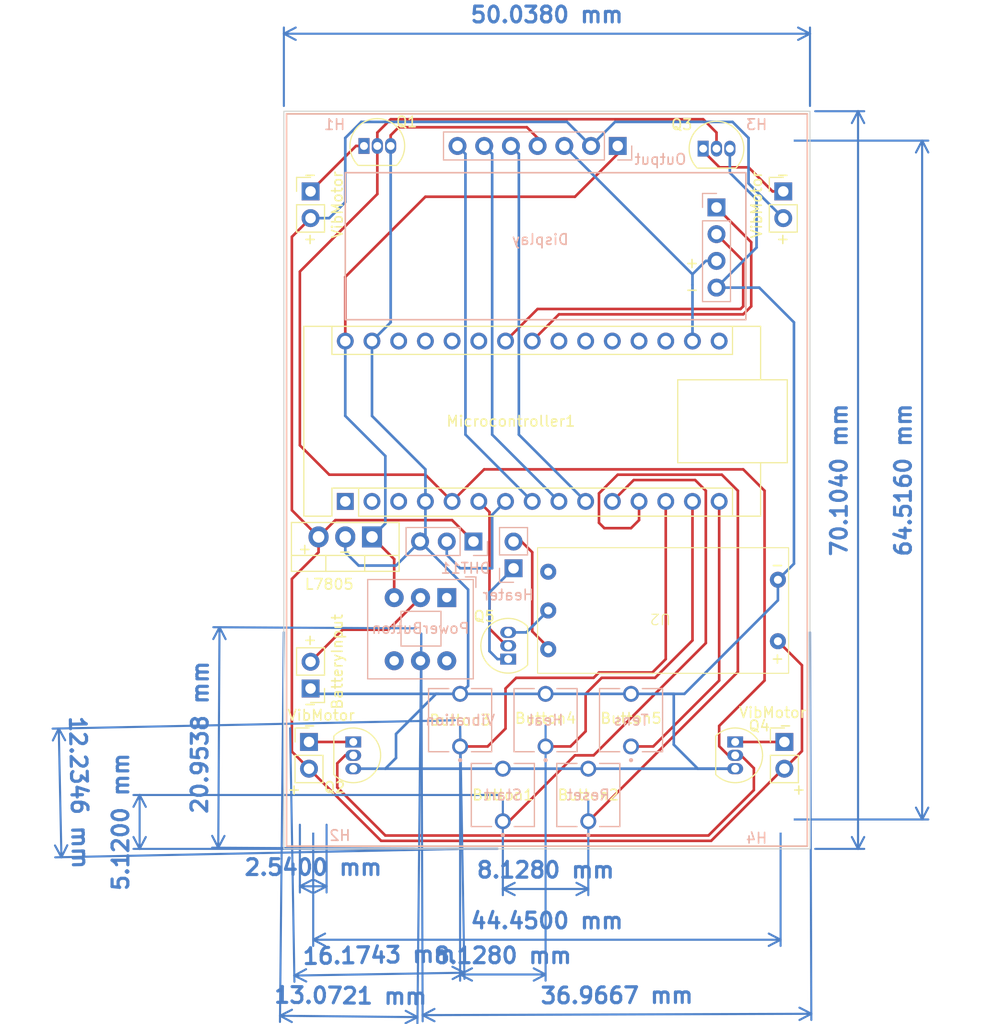
<source format=kicad_pcb>
(kicad_pcb (version 20221018) (generator pcbnew)
  (layers (0 "F.Cu" signal) (31 "B.Cu" signal) (34 "B.Paste" user) (35 "F.Paste" user) (36 "B.SilkS" user "B.Silkscreen") (37 "F.SilkS" user "F.Silkscreen") (38 "B.Mask" user) (39 "F.Mask" user) (44 "Edge.Cuts" user))
  (net 0 "")
  (net 1 "SW-Start")
  (net 2 "GND")
  (net 3 "SW-Reset")
  (net 4 "SW-Vibration")
  (net 5 "SW-Heat")
  (net 6 "SW-Tens")
  (net 7 "Net-(J1-Pin_1)")
  (net 8 "Input_7v4")
  (net 9 "Net-(J2-Pin_1)")
  (net 10 "Net-(J3-Pin_1)")
  (net 11 "Net-(J4-Pin_1)")
  (net 12 "Net-(J5-Pin_1)")
  (net 13 "Net-(J5-Pin_2)")
  (net 14 "Net-(J6-Pin_2)")
  (net 15 "SDA_Display")
  (net 16 "SCL_Display")
  (net 20 "VT-Motor")
  (net 21 "HT-Heater")
  (net 22 "HT-Sensor")
  (net 23 "TT-Enable")
  (net 24 "TT-Input1")
  (net 25 "TT-Input2")
  (net 27 "Output-3v3")
  (net 37 "Net-(Q5-C)")
  (net 43 "Input_5v")
  (footprint "Package_TO_SOT_THT:TO-92_Inline" (layer "F.Cu") (at 121.158 123.698 -90)
    (fp_text reference "Q2" (at 4.318 1.778) (layer "F.SilkS"))
    (fp_text value "2N2222" hide)
    (pad "1" thru_hole rect (at 0 0 270) (size 1.05 1.5) (drill 0.75) (layers "*.Cu" "*.Mask") (net 9 "Net-(J2-Pin_1)"))
    (pad "2" thru_hole oval (at 1.27 0 270) (size 1.05 1.5) (drill 0.75) (layers "*.Cu" "*.Mask") (net 20 "VT-Motor"))
    (pad "3" thru_hole oval (at 2.54 0 270) (size 1.05 1.5) (drill 0.75) (layers "*.Cu" "*.Mask") (net 2 "GND"))
  )
  (footprint "Connector_PinHeader_2.54mm:PinHeader_1x02_P2.54mm_Vertical" (layer "F.Cu") (at 162.052 71.374)
    (fp_text reference "J3" hide)
    (fp_text value "VibMotor" (at -2.54 1.27 90) (layer "F.SilkS"))
    (pad "1" thru_hole rect (at 0 0) (size 1.7 1.7) (drill 1) (layers "*.Cu" "*.Mask") (net 10 "Net-(J3-Pin_1)"))
    (pad "2" thru_hole oval (at 0 2.54) (size 1.7 1.7) (drill 1) (layers "*.Cu" "*.Mask") (net 43 "Input_5v"))
  )
  (footprint "Module:Arduino_Nano" (layer "F.Cu") (at 120.396 100.838 90)
    (fp_text reference "Microcontroller1" (at 7.62 15.748) (layer "F.SilkS"))
    (fp_text value "Nano BLE33" hide)
    (pad "1" thru_hole rect (at 0 0 90) (size 1.6 1.6) (drill 1) (layers "*.Cu" "*.Mask"))
    (pad "2" thru_hole oval (at 0 2.54 90) (size 1.6 1.6) (drill 1) (layers "*.Cu" "*.Mask"))
    (pad "3" thru_hole oval (at 0 5.08 90) (size 1.6 1.6) (drill 1) (layers "*.Cu" "*.Mask"))
    (pad "4" thru_hole oval (at 0 7.62 90) (size 1.6 1.6) (drill 1) (layers "*.Cu" "*.Mask") (net 2 "GND"))
    (pad "5" thru_hole oval (at 0 10.16 90) (size 1.6 1.6) (drill 1) (layers "*.Cu" "*.Mask") (net 20 "VT-Motor"))
    (pad "6" thru_hole oval (at 0 12.7 90) (size 1.6 1.6) (drill 1) (layers "*.Cu" "*.Mask") (net 21 "HT-Heater"))
    (pad "7" thru_hole oval (at 0 15.24 90) (size 1.6 1.6) (drill 1) (layers "*.Cu" "*.Mask") (net 22 "HT-Sensor"))
    (pad "8" thru_hole oval (at 0 17.78 90) (size 1.6 1.6) (drill 1) (layers "*.Cu" "*.Mask") (net 23 "TT-Enable"))
    (pad "9" thru_hole oval (at 0 20.32 90) (size 1.6 1.6) (drill 1) (layers "*.Cu" "*.Mask") (net 24 "TT-Input1"))
    (pad "10" thru_hole oval (at 0 22.86 90) (size 1.6 1.6) (drill 1) (layers "*.Cu" "*.Mask") (net 25 "TT-Input2"))
    (pad "11" thru_hole oval (at 0 25.4 90) (size 1.6 1.6) (drill 1) (layers "*.Cu" "*.Mask") (net 1 "SW-Start"))
    (pad "12" thru_hole oval (at 0 27.94 90) (size 1.6 1.6) (drill 1) (layers "*.Cu" "*.Mask") (net 3 "SW-Reset"))
    (pad "13" thru_hole oval (at 0 30.48 90) (size 1.6 1.6) (drill 1) (layers "*.Cu" "*.Mask") (net 4 "SW-Vibration"))
    (pad "14" thru_hole oval (at 0 33.02 90) (size 1.6 1.6) (drill 1) (layers "*.Cu" "*.Mask") (net 5 "SW-Heat"))
    (pad "15" thru_hole oval (at 0 35.56 90) (size 1.6 1.6) (drill 1) (layers "*.Cu" "*.Mask") (net 6 "SW-Tens"))
    (pad "16" thru_hole oval (at 15.24 35.56 90) (size 1.6 1.6) (drill 1) (layers "*.Cu" "*.Mask"))
    (pad "17" thru_hole oval (at 15.24 33.02 90) (size 1.6 1.6) (drill 1) (layers "*.Cu" "*.Mask") (net 27 "Output-3v3"))
    (pad "18" thru_hole oval (at 15.24 30.48 90) (size 1.6 1.6) (drill 1) (layers "*.Cu" "*.Mask"))
    (pad "19" thru_hole oval (at 15.24 27.94 90) (size 1.6 1.6) (drill 1) (layers "*.Cu" "*.Mask"))
    (pad "20" thru_hole oval (at 15.24 25.4 90) (size 1.6 1.6) (drill 1) (layers "*.Cu" "*.Mask"))
    (pad "21" thru_hole oval (at 15.24 22.86 90) (size 1.6 1.6) (drill 1) (layers "*.Cu" "*.Mask"))
    (pad "22" thru_hole oval (at 15.24 20.32 90) (size 1.6 1.6) (drill 1) (layers "*.Cu" "*.Mask"))
    (pad "23" thru_hole oval (at 15.24 17.78 90) (size 1.6 1.6) (drill 1) (layers "*.Cu" "*.Mask") (net 15 "SDA_Display"))
    (pad "24" thru_hole oval (at 15.24 15.24 90) (size 1.6 1.6) (drill 1) (layers "*.Cu" "*.Mask") (net 16 "SCL_Display"))
    (pad "25" thru_hole oval (at 15.24 12.7 90) (size 1.6 1.6) (drill 1) (layers "*.Cu" "*.Mask"))
    (pad "26" thru_hole oval (at 15.24 10.16 90) (size 1.6 1.6) (drill 1) (layers "*.Cu" "*.Mask"))
    (pad "27" thru_hole oval (at 15.24 7.62 90) (size 1.6 1.6) (drill 1) (layers "*.Cu" "*.Mask"))
    (pad "28" thru_hole oval (at 15.24 5.08 90) (size 1.6 1.6) (drill 1) (layers "*.Cu" "*.Mask"))
    (pad "29" thru_hole oval (at 15.24 2.54 90) (size 1.6 1.6) (drill 1) (layers "*.Cu" "*.Mask") (net 2 "GND"))
    (pad "30" thru_hole oval (at 15.24 0 90) (size 1.6 1.6) (drill 1) (layers "*.Cu" "*.Mask") (net 8 "Input_7v4"))
  )
  (footprint "Connector_PinHeader_2.54mm:PinHeader_1x02_P2.54mm_Vertical" (layer "F.Cu") (at 117.094 71.374)
    (fp_text reference "J1" hide)
    (fp_text value "VibMotor" (at 2.54 1.27 90) (layer "F.SilkS"))
    (pad "1" thru_hole rect (at 0 0) (size 1.7 1.7) (drill 1) (layers "*.Cu" "*.Mask") (net 7 "Net-(J1-Pin_1)"))
    (pad "2" thru_hole oval (at 0 2.54) (size 1.7 1.7) (drill 1) (layers "*.Cu" "*.Mask") (net 43 "Input_5v"))
  )
  (footprint "Package_TO_SOT_THT:TO-92_Inline" (layer "F.Cu") (at 122.174 67.056)
    (fp_text reference "Q1" (at 4.064 -2.286 180) (layer "F.SilkS"))
    (fp_text value "2N2222" hide)
    (pad "1" thru_hole rect (at 0 0) (size 1.05 1.5) (drill 0.75) (layers "*.Cu" "*.Mask") (net 7 "Net-(J1-Pin_1)"))
    (pad "2" thru_hole oval (at 1.27 0) (size 1.05 1.5) (drill 0.75) (layers "*.Cu" "*.Mask") (net 20 "VT-Motor"))
    (pad "3" thru_hole oval (at 2.54 0) (size 1.05 1.5) (drill 0.75) (layers "*.Cu" "*.Mask") (net 2 "GND"))
  )
  (footprint "Connector_PinHeader_2.54mm:PinHeader_1x02_P2.54mm_Vertical" (layer "F.Cu") (at 117.094 118.618 180)
    (fp_text reference "J6" hide)
    (fp_text value "BatteryInput" (at -2.54 2.54 90) (layer "F.SilkS"))
    (pad "1" thru_hole rect (at 0 0 180) (size 1.7 1.7) (drill 1) (layers "*.Cu" "*.Mask") (net 2 "GND"))
    (pad "2" thru_hole oval (at 0 2.54 180) (size 1.7 1.7) (drill 1) (layers "*.Cu" "*.Mask") (net 14 "Net-(J6-Pin_2)"))
  )
  (footprint "Package_TO_SOT_THT:TO-92_Inline" (layer "F.Cu") (at 135.89 115.824 90)
    (fp_text reference "Q5" (at 4.064 -2.286 180) (layer "F.SilkS"))
    (fp_text value "2N2222" hide)
    (pad "1" thru_hole rect (at 0 0 90) (size 1.05 1.5) (drill 0.75) (layers "*.Cu" "*.Mask") (net 12 "Net-(J5-Pin_1)"))
    (pad "2" thru_hole oval (at 1.27 0 90) (size 1.05 1.5) (drill 0.75) (layers "*.Cu" "*.Mask") (net 21 "HT-Heater"))
    (pad "3" thru_hole oval (at 2.54 0 90) (size 1.05 1.5) (drill 0.75) (layers "*.Cu" "*.Mask") (net 37 "Net-(Q5-C)"))
  )
  (footprint "Package_TO_SOT_THT:TO-92_Inline" (layer "F.Cu") (at 154.432 67.31)
    (fp_text reference "Q3" (at -2.032 -2.286 180) (layer "F.SilkS"))
    (fp_text value "2N2222" hide)
    (pad "1" thru_hole rect (at 0 0) (size 1.05 1.5) (drill 0.75) (layers "*.Cu" "*.Mask") (net 10 "Net-(J3-Pin_1)"))
    (pad "2" thru_hole oval (at 1.27 0) (size 1.05 1.5) (drill 0.75) (layers "*.Cu" "*.Mask") (net 20 "VT-Motor"))
    (pad "3" thru_hole oval (at 2.54 0) (size 1.05 1.5) (drill 0.75) (layers "*.Cu" "*.Mask") (net 2 "GND"))
  )
  (footprint "Package_TO_SOT_THT:TO-220-3_Vertical" (layer "F.Cu") (at 122.936 104.211 180)
    (fp_text reference "U3" hide)
    (fp_text value "L7805" (at 4.064 -4.501) (layer "F.SilkS"))
    (pad "1" thru_hole rect (at 0 0 180) (size 1.905 2) (drill 1.1) (layers "*.Cu" "*.Mask") (net 8 "Input_7v4"))
    (pad "2" thru_hole oval (at 2.54 0 180) (size 1.905 2) (drill 1.1) (layers "*.Cu" "*.Mask") (net 2 "GND"))
    (pad "3" thru_hole oval (at 5.08 0 180) (size 1.905 2) (drill 1.1) (layers "*.Cu" "*.Mask") (net 43 "Input_5v"))
  )
  (footprint "Local Library:Step_up_Convertor_12v" (layer "F.Cu") (at 150.368 120.728 180)
    (fp_text reference "U2" (at 0 8.714 180 unlocked) (layer "F.SilkS") (effects (font (thickness 0.1))))
    (fp_text value "~" hide)
    (pad "1" thru_hole circle (at -11.176 6.604 180) (size 1.524 1.524) (drill 0.762) (layers "*.Cu" "*.Mask") (net 43 "Input_5v"))
    (pad "2" thru_hole circle (at -11.176 12.446 180) (size 1.524 1.524) (drill 0.762) (layers "*.Cu" "*.Mask") (net 2 "GND"))
    (pad "3" thru_hole circle (at 10.668 5.842 180) (size 1.524 1.524) (drill 0.762) (layers "*.Cu" "*.Mask") (net 13 "Net-(J5-Pin_2)"))
    (pad "4" thru_hole circle (at 10.668 9.525 180) (size 1.524 1.524) (drill 0.762) (layers "*.Cu" "*.Mask") (net 37 "Net-(Q5-C)"))
    (pad "5" thru_hole circle (at 10.668 13.208 180) (size 1.524 1.524) (drill 0.762) (layers "*.Cu" "*.Mask"))
  )
  (footprint "Connector_PinHeader_2.54mm:PinHeader_1x02_P2.54mm_Vertical" (layer "F.Cu") (at 162.158 123.698)
    (fp_text reference "J4" hide)
    (fp_text value "VibMotor" (at -1.122 -2.794) (layer "F.SilkS"))
    (pad "1" thru_hole rect (at 0 0) (size 1.7 1.7) (drill 1) (layers "*.Cu" "*.Mask") (net 11 "Net-(J4-Pin_1)"))
    (pad "2" thru_hole oval (at 0 2.54) (size 1.7 1.7) (drill 1) (layers "*.Cu" "*.Mask") (net 43 "Input_5v"))
  )
  (footprint "Connector_PinHeader_2.54mm:PinHeader_1x02_P2.54mm_Vertical" (layer "F.Cu") (at 116.946 123.698)
    (fp_text reference "J2" hide)
    (fp_text value "VibMotor" (at 1.164 -2.54) (layer "F.SilkS"))
    (pad "1" thru_hole rect (at 0 0) (size 1.7 1.7) (drill 1) (layers "*.Cu" "*.Mask") (net 9 "Net-(J2-Pin_1)"))
    (pad "2" thru_hole oval (at 0 2.54) (size 1.7 1.7) (drill 1) (layers "*.Cu" "*.Mask") (net 43 "Input_5v"))
  )
  (footprint "Package_TO_SOT_THT:TO-92_Inline" (layer "F.Cu") (at 157.48 123.698 -90)
    (fp_text reference "Q4" (at -1.524 -2.286) (layer "F.SilkS"))
    (fp_text value "2N2222" hide)
    (pad "1" thru_hole rect (at 0 0 270) (size 1.05 1.5) (drill 0.75) (layers "*.Cu" "*.Mask") (net 11 "Net-(J4-Pin_1)"))
    (pad "2" thru_hole oval (at 1.27 0 270) (size 1.05 1.5) (drill 0.75) (layers "*.Cu" "*.Mask") (net 20 "VT-Motor"))
    (pad "3" thru_hole oval (at 2.54 0 270) (size 1.05 1.5) (drill 0.75) (layers "*.Cu" "*.Mask") (net 2 "GND"))
  )
  (footprint "Connector_PinHeader_2.54mm:PinHeader_1x03_P2.54mm_Vertical" (layer "B.Cu") (at 132.588 104.648 90)
    (fp_text reference "U1" hide)
    (fp_text value "DHT11" (at -2.54 -0.762 180) (layer "B.SilkS") (effects (justify mirror)))
    (pad "1" thru_hole rect (at 0 0 90) (size 1.7 1.7) (drill 1) (layers "*.Cu" "*.Mask") (net 43 "Input_5v"))
    (pad "2" thru_hole oval (at 0 -2.54 90) (size 1.7 1.7) (drill 1) (layers "*.Cu" "*.Mask") (net 22 "HT-Sensor"))
    (pad "3" thru_hole oval (at 0 -5.08 90) (size 1.7 1.7) (drill 1) (layers "*.Cu" "*.Mask") (net 2 "GND"))
  )
  (footprint "Local Library:Button_Push_2pin" (layer "B.Cu") (at 147.574 121.626 90)
    (fp_text reference "Button5" (at 0.175 0 180) (layer "F.SilkS"))
    (fp_text value "Tens" (at 0 0 180) (layer "B.SilkS") (effects (justify mirror)))
    (pad "1" thru_hole circle (at -2.5 0 90) (size 1.508 1.508) (drill 1) (layers "*.Cu" "*.Mask") (net 6 "SW-Tens"))
    (pad "2" thru_hole circle (at 2.5 0 90) (size 1.508 1.508) (drill 1) (layers "*.Cu" "*.Mask") (net 2 "GND"))
  )
  (footprint "Connector_PinSocket_2.54mm:PinSocket_1x04_P2.54mm_Vertical" (layer "B.Cu") (at 155.702 72.898 180)
    (fp_text reference "J7" hide)
    (fp_text value "Display" (at 16.764 -3.048 180) (layer "B.SilkS") (effects (justify mirror)))
    (pad "1" thru_hole rect (at 0 0 180) (size 1.7 1.7) (drill 1) (layers "*.Cu" "*.Mask") (net 15 "SDA_Display"))
    (pad "2" thru_hole oval (at 0 -2.54 180) (size 1.7 1.7) (drill 1) (layers "*.Cu" "*.Mask") (net 16 "SCL_Display"))
    (pad "3" thru_hole oval (at 0 -5.08 180) (size 1.7 1.7) (drill 1) (layers "*.Cu" "*.Mask") (net 27 "Output-3v3"))
    (pad "4" thru_hole oval (at 0 -7.62 180) (size 1.7 1.7) (drill 1) (layers "*.Cu" "*.Mask") (net 2 "GND"))
  )
  (footprint "MountingHole:MountingHole_2.5mm" (layer "B.Cu") (at 161.798 66.548 180)
    (fp_text reference "H3" (at 2.286 1.524) (layer "B.SilkS") (effects (justify mirror)))
    (fp_text value "MountingHole" hide)
    (pad "" np_thru_hole circle (at 0 0 180) (size 2.5 2.5) (drill 2.5) (layers "*.Cu" "*.Mask"))
  )
  (footprint "Local Library:Button_Push_2pin" (layer "B.Cu") (at 143.51 128.738 90)
    (fp_text reference "Button2" (at 0 0 180) (layer "F.SilkS"))
    (fp_text value "Reset" (at 0 0 180) (layer "B.SilkS") (effects (justify mirror)))
    (pad "1" thru_hole circle (at -2.5 0 90) (size 1.508 1.508) (drill 1) (layers "*.Cu" "*.Mask") (net 3 "SW-Reset"))
    (pad "2" thru_hole circle (at 2.5 0 90) (size 1.508 1.508) (drill 1) (layers "*.Cu" "*.Mask") (net 2 "GND"))
  )
  (footprint "Local Library:Button_Push_2pin" (layer "B.Cu") (at 139.446 121.626 90)
    (fp_text reference "Button4" (at 0.175 0 180) (layer "F.SilkS"))
    (fp_text value "Heat" (at 0 0 180) (layer "B.SilkS") (effects (justify mirror)))
    (pad "1" thru_hole circle (at -2.5 0 90) (size 1.508 1.508) (drill 1) (layers "*.Cu" "*.Mask") (net 5 "SW-Heat"))
    (pad "2" thru_hole circle (at 2.5 0 90) (size 1.508 1.508) (drill 1) (layers "*.Cu" "*.Mask") (net 2 "GND"))
  )
  (footprint "MountingHole:MountingHole_2.5mm" (layer "B.Cu") (at 117.348 66.548 180)
    (fp_text reference "H1" (at -2.032 1.524) (layer "B.SilkS") (effects (justify mirror)))
    (fp_text value "MountingHole" hide)
    (pad "" np_thru_hole circle (at 0 0 180) (size 2.5 2.5) (drill 2.5) (layers "*.Cu" "*.Mask"))
  )
  (footprint "Local Library:Button_Push_2pin" (layer "B.Cu") (at 131.318 121.626 90)
    (fp_text reference "Button3" (at 0 0 180) (layer "F.SilkS"))
    (fp_text value "Vibration" (at 0 0 180) (layer "B.SilkS") (effects (justify mirror)))
    (pad "1" thru_hole circle (at -2.5 0 90) (size 1.508 1.508) (drill 1) (layers "*.Cu" "*.Mask") (net 4 "SW-Vibration"))
    (pad "2" thru_hole circle (at 2.5 0 90) (size 1.508 1.508) (drill 1) (layers "*.Cu" "*.Mask") (net 2 "GND"))
  )
  (footprint "Local Library:Button_Push_2pin" (layer "B.Cu") (at 135.382 128.738 90)
    (fp_text reference "Button1" (at 0 0 180) (layer "F.SilkS"))
    (fp_text value "Start" (at 0 0 180) (layer "B.SilkS") (effects (justify mirror)))
    (pad "1" thru_hole circle (at -2.5 0 90) (size 1.508 1.508) (drill 1) (layers "*.Cu" "*.Mask") (net 1 "SW-Start"))
    (pad "2" thru_hole circle (at 2.5 0 90) (size 1.508 1.508) (drill 1) (layers "*.Cu" "*.Mask") (net 2 "GND"))
  )
  (footprint "Button_Switch_THT:SW_Push_2P2T_Toggle_CK_PVA2OAH5xxxxxxV2" (layer "B.Cu") (at 130.048 109.982 180)
    (fp_text reference "SW1" hide)
    (fp_text value "PowerButton" (at 2.5 -2.9225) (layer "B.SilkS") (effects (justify mirror)))
    (pad "1" thru_hole rect (at 0 0 180) (size 1.8 1.8) (drill 0.9) (layers "*.Cu" "*.Mask"))
    (pad "2" thru_hole circle (at 2.5 0 180) (size 1.8 1.8) (drill 0.9) (layers "*.Cu" "*.Mask") (net 14 "Net-(J6-Pin_2)"))
    (pad "3" thru_hole circle (at 5 0 180) (size 1.8 1.8) (drill 0.9) (layers "*.Cu" "*.Mask") (net 8 "Input_7v4"))
    (pad "4" thru_hole circle (at 0 -6 180) (size 1.8 1.8) (drill 0.9) (layers "*.Cu" "*.Mask"))
    (pad "5" thru_hole circle (at 2.5 -6 180) (size 1.8 1.8) (drill 0.9) (layers "*.Cu" "*.Mask"))
    (pad "6" thru_hole circle (at 5 -6 180) (size 1.8 1.8) (drill 0.9) (layers "*.Cu" "*.Mask"))
  )
  (footprint "Connector_PinHeader_2.54mm:PinHeader_1x07_P2.54mm_Vertical" (layer "B.Cu") (at 146.309 67.056 90)
    (fp_text reference "J8" hide)
    (fp_text value "Output" (at -1.27 4.059) (layer "B.SilkS") (effects (justify mirror)))
    (pad "1" thru_hole rect (at 0 0 90) (size 1.7 1.7) (drill 1) (layers "*.Cu" "*.Mask") (net 8 "Input_7v4"))
    (pad "2" thru_hole oval (at 0 -2.54 90) (size 1.7 1.7) (drill 1) (layers "*.Cu" "*.Mask") (net 43 "Input_5v"))
    (pad "3" thru_hole oval (at 0 -5.08 90) (size 1.7 1.7) (drill 1) (layers "*.Cu" "*.Mask") (net 27 "Output-3v3"))
    (pad "4" thru_hole oval (at 0 -7.62 90) (size 1.7 1.7) (drill 1) (layers "*.Cu" "*.Mask") (net 2 "GND"))
    (pad "5" thru_hole oval (at 0 -10.16 90) (size 1.7 1.7) (drill 1) (layers "*.Cu" "*.Mask") (net 25 "TT-Input2"))
    (pad "6" thru_hole oval (at 0 -12.7 90) (size 1.7 1.7) (drill 1) (layers "*.Cu" "*.Mask") (net 24 "TT-Input1"))
    (pad "7" thru_hole oval (at 0 -15.24 90) (size 1.7 1.7) (drill 1) (layers "*.Cu" "*.Mask") (net 23 "TT-Enable"))
  )
  (footprint "MountingHole:MountingHole_2.5mm" (layer "B.Cu") (at 161.798 131.064 180)
    (fp_text reference "H4" (at 2.286 -1.778) (layer "B.SilkS") (effects (justify mirror)))
    (fp_text value "MountingHole" hide)
    (pad "" np_thru_hole circle (at 0 0 180) (size 2.5 2.5) (drill 2.5) (layers "*.Cu" "*.Mask"))
  )
  (footprint "MountingHole:MountingHole_2.5mm" (layer "B.Cu") (at 117.348 131.064 180)
    (fp_text reference "H2" (at -2.54 -1.524) (layer "B.SilkS") (effects (justify mirror)))
    (fp_text value "MountingHole" hide)
    (pad "" np_thru_hole circle (at 0 0 180) (size 2.5 2.5) (drill 2.5) (layers "*.Cu" "*.Mask"))
  )
  (footprint "Connector_PinHeader_2.54mm:PinHeader_1x02_P2.54mm_Vertical" (layer "B.Cu") (at 136.398 107.193)
    (fp_text reference "J5" hide)
    (fp_text value "Heater" (at -0.508 2.535) (layer "B.SilkS") (effects (justify mirror)))
    (pad "1" thru_hole rect (at 0 0) (size 1.7 1.7) (drill 1) (layers "*.Cu" "*.Mask") (net 12 "Net-(J5-Pin_1)"))
    (pad "2" thru_hole oval (at 0 -2.54) (size 1.7 1.7) (drill 1) (layers "*.Cu" "*.Mask") (net 13 "Net-(J5-Pin_2)"))
  )
  (gr_rect (start 120.396 69.596) (end 158.496 83.566) (stroke (width 0.15)) (fill none) (layer "B.SilkS"))
  (gr_rect (start 114.808 64.008) (end 164.338 133.604) (stroke (width 0.15)) (fill none) (layer "B.SilkS"))
  (gr_rect (start 114.808 64.008) (end 164.338 133.604) (stroke (width 0.15)) (fill none) (layer "F.SilkS"))
  (gr_rect (start 114.554 63.754) (end 164.592 133.858) (stroke (width 0.1)) (fill none) (layer "Edge.Cuts"))
  (gr_text "-" (at 161.29 70.358) (layer "F.SilkS") (effects (font (size 1 1)) (justify left bottom)))
  (gr_text "-" (at 152.654 81.28) (layer "F.SilkS") (effects (font (size 1 1)) (justify left bottom)))
  (gr_text "-" (at 160.782 107.442) (layer "F.SilkS") (effects (font (size 1 1)) (justify left bottom)))
  (gr_text "+" (at 161.29 76.454) (layer "F.SilkS") (effects (font (size 1 1)) (justify left bottom)))
  (gr_text "-" (at 116.281 122.682) (layer "F.SilkS") (effects (font (size 1 1)) (justify left bottom)))
  (gr_text "-" (at 119.634 106.172) (layer "F.SilkS") (effects (font (size 1 1)) (justify left bottom)))
  (gr_text "+" (at 114.808 128.778) (layer "F.SilkS") (effects (font (size 1 1)) (justify left bottom)))
  (gr_text "-" (at 116.332 120.65) (layer "F.SilkS") (effects (font (size 1 1)) (justify left bottom)))
  (gr_text "+" (at 162.814 128.778) (layer "F.SilkS") (effects (font (size 1 1)) (justify left bottom)))
  (gr_text "-" (at 116.332 70.358) (layer "F.SilkS") (effects (font (size 1 1)) (justify left bottom)))
  (gr_text "+" (at 116.332 114.554) (layer "F.SilkS") (effects (font (size 1 1)) (justify left bottom)))
  (gr_text "+" (at 160.782 116.332) (layer "F.SilkS") (effects (font (size 1 1)) (justify left bottom)))
  (gr_text "+" (at 115.824 105.918) (layer "F.SilkS") (effects (font (size 1 1)) (justify left bottom)))
  (gr_text "+" (at 116.332 76.454) (layer "F.SilkS") (effects (font (size 1 1)) (justify left bottom)))
  (gr_text "-" (at 161.544 122.682) (layer "F.SilkS") (effects (font (size 1 1)) (justify left bottom)))
  (gr_text "+" (at 152.654 78.74) (layer "F.SilkS") (effects (font (size 1 1)) (justify left bottom)))
  (dimension (type aligned) (layer "B.Cu") (pts (xy 114.554 63.754) (xy 164.592 63.754)) (height -7.366) (gr_text "50.0380 mm" (at 139.573 54.588) (layer "B.Cu") (effects (font (size 1.5 1.5) (thickness 0.3)))) (format (prefix "") (suffix "") (units 3) (units_format 1) (precision 4)) (style (thickness 0.2) (arrow_length 1.27) (text_position_mode 0) (extension_height 0.58642) (extension_offset 0.5) keep_text_aligned))
  (dimension (type aligned) (layer "B.Cu") (pts (xy 164.592 63.754) (xy 164.592 133.858)) (height -4.572) (gr_text "70.1040 mm" (at 167.364 98.806 90) (layer "B.Cu") (effects (font (size 1.5 1.5) (thickness 0.3)))) (format (prefix "") (suffix "") (units 3) (units_format 1) (precision 4)) (style (thickness 0.2) (arrow_length 1.27) (text_position_mode 0) (extension_height 0.58642) (extension_offset 0.5) keep_text_aligned))
  (dimension (type aligned) (layer "B.Cu") (pts (xy 127.6255 112.9045) (xy 164.592 112.776)) (height 36.754659) (gr_text "36.9667 mm" (at 146.230256 147.794698 0.1991662184) (layer "B.Cu") (effects (font (size 1.5 1.5) (thickness 0.3)))) (format (prefix "") (suffix "") (units 3) (units_format 1) (precision 4)) (style (thickness 0.2) (arrow_length 1.27) (text_position_mode 0) (extension_height 0.58642) (extension_offset 0.5) keep_text_aligned))
  (dimension (type aligned) (layer "B.Cu") (pts (xy 127.6255 112.9045) (xy 127.508 133.858)) (height 19.191768) (gr_text "20.9538 mm" (at 106.575312 123.263537 89.6787084) (layer "B.Cu") (effects (font (size 1.5 1.5) (thickness 0.3)))) (format (prefix "") (suffix "") (units 3) (units_format 1) (precision 4)) (style (thickness 0.2) (arrow_length 1.27) (text_position_mode 0) (extension_height 0.58642) (extension_offset 0.5) keep_text_aligned))
  (dimension (type aligned) (layer "B.Cu") (pts (xy 131.318 121.626) (xy 131.572 133.858)) (height 38.1812) (gr_text "12.2346 mm" (at 95.071641 128.497301 271.1895877) (layer "B.Cu") (effects (font (size 1.5 1.5) (thickness 0.3)))) (format (prefix "") (suffix "") (units 3) (units_format 1) (precision 4)) (style (thickness 0.2) (arrow_length 1.27) (text_position_mode 0) (extension_height 0.58642) (extension_offset 0.5) keep_text_aligned))
  (dimension (type aligned) (layer "B.Cu") (pts (xy 127.6255 112.9045) (xy 114.554 112.776)) (height -36.94492) (gr_text "13.0721 mm" (at 120.904 147.828 -0.5632307318) (layer "B.Cu") (effects (font (size 1.5 1.5) (thickness 0.3)))) (format (prefix "") (suffix "") (units 3) (units_format 1) (precision 4)) (style (thickness 0.2) (arrow_length 1.27) (text_position_mode 2) (extension_height 0.58642) (extension_offset 0.5) keep_text_aligned))
  (dimension (type aligned) (layer "B.Cu") (pts (xy 131.318 121.626) (xy 139.446 121.626)) (height 24.17) (gr_text "8.1280 mm" (at 135.382 143.996) (layer "B.Cu") (effects (font (size 1.5 1.5) (thickness 0.3)))) (format (prefix "") (suffix "") (units 3) (units_format 1) (precision 4)) (style (thickness 0.2) (arrow_length 1.27) (text_position_mode 0) (extension_height 0.58642) (extension_offset 0.5) keep_text_aligned))
  (dimension (type aligned) (layer "B.Cu") (pts (xy 131.318 121.626) (xy 115.146 121.898)) (height -24.004813) (gr_text "16.1743 mm" (at 123.605415 143.963673 0.9635779582) (layer "B.Cu") (effects (font (size 1.5 1.5) (thickness 0.3)))) (format (prefix "") (suffix "") (units 3) (units_format 1) (precision 4)) (style (thickness 0.2) (arrow_length 1.27) (text_position_mode 0) (extension_height 0.58642) (extension_offset 0.5) keep_text_aligned))
  (dimension (type aligned) (layer "B.Cu") (pts (xy 116.078 131.064) (xy 118.618 131.064)) (height 6.35) (gr_text "2.5400 mm" (at 117.348 135.614) (layer "B.Cu") (effects (font (size 1.5 1.5) (thickness 0.3)))) (format (prefix "") (suffix "") (units 3) (units_format 1) (precision 4)) (style (thickness 0.2) (arrow_length 1.27) (text_position_mode 0) (extension_height 0.58642) (extension_offset 0.5) keep_text_aligned))
  (dimension (type aligned) (layer "B.Cu") (pts (xy 117.348 131.064) (xy 161.798 131.064)) (height 11.43) (gr_text "44.4500 mm" (at 139.573 140.694) (layer "B.Cu") (effects (font (size 1.5 1.5) (thickness 0.3)))) (format (prefix "") (suffix "") (units 3) (units_format 1) (precision 4)) (style (thickness 0.2) (arrow_length 1.27) (text_position_mode 0) (extension_height 0.58642) (extension_offset 0.5) keep_text_aligned))
  (dimension (type aligned) (layer "B.Cu") (pts (xy 161.798 131.064) (xy 161.798 66.548)) (height 13.462) (gr_text "64.5160 mm" (at 173.46 98.806 90) (layer "B.Cu") (effects (font (size 1.5 1.5) (thickness 0.3)))) (format (prefix "") (suffix "") (units 3) (units_format 1) (precision 4)) (style (thickness 0.2) (arrow_length 1.27) (text_position_mode 0) (extension_height 0.58642) (extension_offset 0.5) keep_text_aligned))
  (dimension (type aligned) (layer "B.Cu") (pts (xy 135.382 128.738) (xy 135.382 133.858)) (height 34.544) (gr_text "5.1200 mm" (at 99.038 131.298 90) (layer "B.Cu") (effects (font (size 1.5 1.5) (thickness 0.3)))) (format (prefix "") (suffix "") (units 3) (units_format 1) (precision 4)) (style (thickness 0.2) (arrow_length 1.27) (text_position_mode 0) (extension_height 0.58642) (extension_offset 0.5) keep_text_aligned))
  (dimension (type aligned) (layer "B.Cu") (pts (xy 135.382 128.738) (xy 143.51 128.738)) (height 8.93) (gr_text "8.1280 mm" (at 139.446 135.868) (layer "B.Cu") (effects (font (size 1.5 1.5) (thickness 0.3)))) (format (prefix "") (suffix "") (units 3) (units_format 1) (precision 4)) (style (thickness 0.2) (arrow_length 1.27) (text_position_mode 0) (extension_height 0.58642) (extension_offset 0.5) keep_text_aligned))
  (segment (start 154.686 99.822) (end 154.686 114.3) (width 0.25) (layer "F.Cu") (net 1))
  (segment (start 145.796 100.838) (end 147.828 98.806) (width 0.25) (layer "F.Cu") (net 1))
  (segment (start 147.828 98.806) (end 153.67 98.806) (width 0.25) (layer "F.Cu") (net 1))
  (segment (start 135.97 131.238) (end 135.382 131.238) (width 0.25) (layer "F.Cu") (net 1))
  (segment (start 153.67 98.806) (end 154.686 99.822) (width 0.25) (layer "F.Cu") (net 1))
  (segment (start 144.018 124.968) (end 142.24 124.968) (width 0.25) (layer "F.Cu") (net 1))
  (segment (start 154.686 114.3) (end 144.018 124.968) (width 0.25) (layer "F.Cu") (net 1))
  (segment (start 142.24 124.968) (end 135.97 131.238) (width 0.25) (layer "F.Cu") (net 1))
  (segment (start 137.668 65.278) (end 138.689 66.299) (width 0.25) (layer "F.Cu") (net 2))
  (segment (start 125.476 65.278) (end 137.668 65.278) (width 0.25) (layer "F.Cu") (net 2))
  (segment (start 124.714 67.056) (end 124.714 66.04) (width 0.25) (layer "F.Cu") (net 2))
  (segment (start 138.689 66.299) (end 138.689 67.056) (width 0.25) (layer "F.Cu") (net 2))
  (segment (start 124.714 66.04) (end 125.476 65.278) (width 0.25) (layer "F.Cu") (net 2))
  (segment (start 122.936 92.71) (end 122.936 85.598) (width 0.25) (layer "B.Cu") (net 2))
  (segment (start 117.602 119.126) (end 117.094 118.618) (width 0.25) (layer "B.Cu") (net 2))
  (segment (start 135.382 126.238) (end 143.51 126.238) (width 0.25) (layer "B.Cu") (net 2))
  (segment (start 149.606 119.126) (end 147.574 119.126) (width 0.25) (layer "B.Cu") (net 2))
  (segment (start 157.48 126.238) (end 153.924 126.238) (width 0.25) (layer "B.Cu") (net 2))
  (segment (start 131.318 119.126) (end 139.446 119.126) (width 0.25) (layer "B.Cu") (net 2))
  (segment (start 151.638 123.952) (end 151.638 119.126) (width 0.25) (layer "B.Cu") (net 2))
  (segment (start 127.508 103.886) (end 127.508 104.648) (width 0.25) (layer "B.Cu") (net 2))
  (segment (start 128.016 100.838) (end 128.016 97.79) (width 0.25) (layer "B.Cu") (net 2))
  (segment (start 159.766 80.518) (end 155.702 80.518) (width 0.25) (layer "B.Cu") (net 2))
  (segment (start 128.016 97.79) (end 122.936 92.71) (width 0.25) (layer "B.Cu") (net 2))
  (segment (start 131.318 119.126) (end 132.08 118.364) (width 0.25) (layer "B.Cu") (net 2))
  (segment (start 124.206 126.238) (end 125.222 125.222) (width 0.25) (layer "B.Cu") (net 2))
  (segment (start 121.158 126.238) (end 124.206 126.238) (width 0.25) (layer "B.Cu") (net 2))
  (segment (start 161.544 110.236) (end 152.654 119.126) (width 0.25) (layer "B.Cu") (net 2))
  (segment (start 128.016 104.14) (end 127.508 104.648) (width 0.25) (layer "B.Cu") (net 2))
  (segment (start 135.382 126.238) (end 124.206 126.238) (width 0.25) (layer "B.Cu") (net 2))
  (segment (start 129.032 119.126) (end 129.286 119.126) (width 0.25) (layer "B.Cu") (net 2))
  (segment (start 120.396 105.664) (end 121.666 106.934) (width 0.25) (layer "B.Cu") (net 2))
  (segment (start 155.702 80.518) (end 159.512 76.708) (width 0.25) (layer "B.Cu") (net 2))
  (segment (start 124.714 83.82) (end 122.936 85.598) (width 0.25) (layer "B.Cu") (net 2))
  (segment (start 161.544 108.282) (end 161.544 110.236) (width 0.25) (layer "B.Cu") (net 2))
  (segment (start 132.08 118.364) (end 132.08 109.22) (width 0.25) (layer "B.Cu") (net 2))
  (segment (start 163.068 106.758) (end 163.068 83.82) (width 0.25) (layer "B.Cu") (net 2))
  (segment (start 121.666 106.934) (end 125.222 106.934) (width 0.25) (layer "B.Cu") (net 2))
  (segment (start 125.222 125.222) (end 125.222 122.936) (width 0.25) (layer "B.Cu") (net 2))
  (segment (start 128.016 100.838) (end 128.016 104.14) (width 0.25) (layer "B.Cu") (net 2))
  (segment (start 163.068 83.82) (end 159.766 80.518) (width 0.25) (layer "B.Cu") (net 2))
  (segment (start 152.654 119.126) (end 149.606 119.126) (width 0.25) (layer "B.Cu") (net 2))
  (segment (start 151.638 119.126) (end 149.606 119.126) (width 0.25) (layer "B.Cu") (net 2))
  (segment (start 125.222 122.936) (end 129.032 119.126) (width 0.25) (layer "B.Cu") (net 2))
  (segment (start 120.396 104.211) (end 120.396 105.664) (width 0.25) (layer "B.Cu") (net 2))
  (segment (start 161.544 108.282) (end 163.068 106.758) (width 0.25) (layer "B.Cu") (net 2))
  (segment (start 159.512 76.708) (end 159.512 72.136) (width 0.25) (layer "B.Cu") (net 2))
  (segment (start 156.972 69.596) (end 156.972 67.31) (width 0.25) (layer "B.Cu") (net 2))
  (segment (start 153.924 126.238) (end 151.638 123.952) (width 0.25) (layer "B.Cu") (net 2))
  (segment (start 143.51 126.238) (end 157.48 126.238) (width 0.25) (layer "B.Cu") (net 2))
  (segment (start 124.714 67.056) (end 124.714 83.82) (width 0.25) (layer "B.Cu") (net 2))
  (segment (start 131.318 119.126) (end 117.602 119.126) (width 0.25) (layer "B.Cu") (net 2))
  (segment (start 132.08 109.22) (end 127.508 104.648) (width 0.25) (layer "B.Cu") (net 2))
  (segment (start 125.222 106.934) (end 127.508 104.648) (width 0.25) (layer "B.Cu") (net 2))
  (segment (start 147.574 119.126) (end 139.446 119.126) (width 0.25) (layer "B.Cu") (net 2))
  (segment (start 159.512 72.136) (end 156.972 69.596) (width 0.25) (layer "B.Cu") (net 2))
  (segment (start 146.304 98.298) (end 156.21 98.298) (width 0.25) (layer "F.Cu") (net 3))
  (segment (start 143.527198 131.238) (end 143.51 131.238) (width 0.25) (layer "F.Cu") (net 3))
  (segment (start 147.574 103.378) (end 145.034 103.378) (width 0.25) (layer "F.Cu") (net 3))
  (segment (start 148.336 102.616) (end 147.574 103.378) (width 0.25) (layer "F.Cu") (net 3))
  (segment (start 157.734 117.031198) (end 143.527198 131.238) (width 0.25) (layer "F.Cu") (net 3))
  (segment (start 144.526 102.87) (end 144.526 100.076) (width 0.25) (layer "F.Cu") (net 3))
  (segment (start 145.034 103.378) (end 144.526 102.87) (width 0.25) (layer "F.Cu") (net 3))
  (segment (start 157.734 99.822) (end 157.734 117.031198) (width 0.25) (layer "F.Cu") (net 3))
  (segment (start 156.21 98.298) (end 157.734 99.822) (width 0.25) (layer "F.Cu") (net 3))
  (segment (start 144.526 100.076) (end 146.304 98.298) (width 0.25) (layer "F.Cu") (net 3))
  (segment (start 148.336 100.838) (end 148.336 102.616) (width 0.25) (layer "F.Cu") (net 3))
  (segment (start 135.636 122.428) (end 135.636 118.618) (width 0.25) (layer "F.Cu") (net 4))
  (segment (start 131.318 124.126) (end 133.938 124.126) (width 0.25) (layer "F.Cu") (net 4))
  (segment (start 136.652 117.602) (end 144.018 117.602) (width 0.25) (layer "F.Cu") (net 4))
  (segment (start 144.526 117.094) (end 149.606 117.094) (width 0.25) (layer "F.Cu") (net 4))
  (segment (start 135.636 118.618) (end 136.652 117.602) (width 0.25) (layer "F.Cu") (net 4))
  (segment (start 149.606 117.094) (end 150.876 115.824) (width 0.25) (layer "F.Cu") (net 4))
  (segment (start 133.938 124.126) (end 135.636 122.428) (width 0.25) (layer "F.Cu") (net 4))
  (segment (start 144.018 117.602) (end 144.526 117.094) (width 0.25) (layer "F.Cu") (net 4))
  (segment (start 150.876 115.824) (end 150.876 100.838) (width 0.25) (layer "F.Cu") (net 4))
  (segment (start 143.256 122.682) (end 143.256 119.126) (width 0.25) (layer "F.Cu") (net 5))
  (segment (start 153.416 114.046) (end 153.416 100.838) (width 0.25) (layer "F.Cu") (net 5))
  (segment (start 141.812 124.126) (end 143.256 122.682) (width 0.25) (layer "F.Cu") (net 5))
  (segment (start 139.446 124.126) (end 141.812 124.126) (width 0.25) (layer "F.Cu") (net 5))
  (segment (start 144.78 117.602) (end 149.86 117.602) (width 0.25) (layer "F.Cu") (net 5))
  (segment (start 149.86 117.602) (end 153.416 114.046) (width 0.25) (layer "F.Cu") (net 5))
  (segment (start 143.256 119.126) (end 144.78 117.602) (width 0.25) (layer "F.Cu") (net 5))
  (segment (start 149.686 124.126) (end 155.956 117.856) (width 0.25) (layer "F.Cu") (net 6))
  (segment (start 147.574 124.126) (end 149.686 124.126) (width 0.25) (layer "F.Cu") (net 6))
  (segment (start 155.956 117.856) (end 155.956 100.838) (width 0.25) (layer "F.Cu") (net 6))
  (segment (start 117.094 71.374) (end 121.412 67.056) (width 0.25) (layer "F.Cu") (net 7))
  (segment (start 121.412 67.056) (end 122.174 67.056) (width 0.25) (layer "F.Cu") (net 7))
  (segment (start 120.396 79.502) (end 120.396 85.598) (width 0.25) (layer "F.Cu") (net 8))
  (segment (start 125.048 109.982) (end 125.048 106.346) (width 0.25) (layer "F.Cu") (net 8))
  (segment (start 146.309 67.056) (end 146.309 67.813) (width 0.25) (layer "F.Cu") (net 8))
  (segment (start 122.936 104.211) (end 125.0595 106.3345) (width 0.25) (layer "F.Cu") (net 8))
  (segment (start 128.016 71.882) (end 120.396 79.502) (width 0.25) (layer "F.Cu") (net 8))
  (segment (start 146.309 67.813) (end 142.24 71.882) (width 0.25) (layer "F.Cu") (net 8))
  (segment (start 125.048 106.346) (end 125.0595 106.3345) (width 0.25) (layer "F.Cu") (net 8))
  (segment (start 142.24 71.882) (end 128.016 71.882) (width 0.25) (layer "F.Cu") (net 8))
  (segment (start 120.396 92.71) (end 120.396 85.598) (width 0.25) (layer "B.Cu") (net 8))
  (segment (start 122.936 104.211) (end 124.206 102.941) (width 0.25) (layer "B.Cu") (net 8))
  (segment (start 124.206 96.52) (end 120.396 92.71) (width 0.25) (layer "B.Cu") (net 8))
  (segment (start 124.206 102.941) (end 124.206 96.52) (width 0.25) (layer "B.Cu") (net 8))
  (segment (start 116.946 123.698) (end 121.158 123.698) (width 0.25) (layer "F.Cu") (net 9))
  (segment (start 158.75 69.088) (end 161.036 71.374) (width 0.25) (layer "F.Cu") (net 10))
  (segment (start 154.432 67.535) (end 155.985 69.088) (width 0.25) (layer "F.Cu") (net 10))
  (segment (start 155.985 69.088) (end 158.75 69.088) (width 0.25) (layer "F.Cu") (net 10))
  (segment (start 161.036 71.374) (end 162.052 71.374) (width 0.25) (layer "F.Cu") (net 10))
  (segment (start 154.432 67.31) (end 154.432 67.535) (width 0.25) (layer "F.Cu") (net 10))
  (segment (start 157.48 123.698) (end 162.158 123.698) (width 0.25) (layer "F.Cu") (net 11))
  (segment (start 134.112 115.062) (end 134.874 115.824) (width 0.25) (layer "B.Cu") (net 12))
  (segment (start 136.398 107.193) (end 134.112 109.479) (width 0.25) (layer "B.Cu") (net 12))
  (segment (start 134.112 109.479) (end 134.112 115.062) (width 0.25) (layer "B.Cu") (net 12))
  (segment (start 134.874 115.824) (end 135.89 115.824) (width 0.25) (layer "B.Cu") (net 12))
  (segment (start 138.176 113.186) (end 138.176 105.669) (width 0.25) (layer "F.Cu") (net 13))
  (segment (start 139.7 114.886) (end 139.876 114.886) (width 0.25) (layer "F.Cu") (net 13))
  (segment (start 139.876 114.886) (end 138.176 113.186) (width 0.25) (layer "F.Cu") (net 13))
  (segment (start 137.16 104.653) (end 136.398 104.653) (width 0.25) (layer "F.Cu") (net 13))
  (segment (start 138.176 105.669) (end 137.16 104.653) (width 0.25) (layer "F.Cu") (net 13))
  (segment (start 117.094 116.078) (end 120.142 113.03) (width 0.25) (layer "F.Cu") (net 14))
  (segment (start 124.5 113.03) (end 127.548 109.982) (width 0.25) (layer "F.Cu") (net 14))
  (segment (start 120.142 113.03) (end 124.5 113.03) (width 0.25) (layer "F.Cu") (net 14))
  (segment (start 138.176 85.598) (end 140.716 83.058) (width 0.25) (layer "F.Cu") (net 15))
  (segment (start 159.004 76.2) (end 155.702 72.898) (width 0.25) (layer "F.Cu") (net 15))
  (segment (start 158.242 83.058) (end 159.004 82.296) (width 0.25) (layer "F.Cu") (net 15))
  (segment (start 159.004 82.296) (end 159.004 76.2) (width 0.25) (layer "F.Cu") (net 15))
  (segment (start 140.716 83.058) (end 158.242 83.058) (width 0.25) (layer "F.Cu") (net 15))
  (segment (start 158.242 77.978) (end 155.702 75.438) (width 0.25) (layer "F.Cu") (net 16))
  (segment (start 158.242 82.296) (end 158.242 77.978) (width 0.25) (layer "F.Cu") (net 16))
  (segment (start 157.988 82.55) (end 158.242 82.296) (width 0.25) (layer "F.Cu") (net 16))
  (segment (start 138.684 82.55) (end 157.988 82.55) (width 0.25) (layer "F.Cu") (net 16))
  (segment (start 135.636 85.598) (end 138.684 82.55) (width 0.25) (layer "F.Cu") (net 16))
  (segment (start 155.702 65.786) (end 154.432 64.516) (width 0.25) (layer "F.Cu") (net 20))
  (segment (start 159.258 126.196) (end 158.03 124.968) (width 0.25) (layer "F.Cu") (net 20))
  (segment (start 156.825 124.968) (end 155.956 124.099) (width 0.25) (layer "F.Cu") (net 20))
  (segment (start 123.444 65.786) (end 123.444 67.056) (width 0.25) (layer "F.Cu") (net 20))
  (segment (start 155.702 67.31) (end 155.702 65.786) (width 0.25) (layer "F.Cu") (net 20))
  (segment (start 133.604 97.79) (end 130.556 100.838) (width 0.25) (layer "F.Cu") (net 20))
  (segment (start 155.956 124.099) (end 155.956 122.174) (width 0.25) (layer "F.Cu") (net 20))
  (segment (start 128.016 98.298) (end 130.556 100.838) (width 0.25) (layer "F.Cu") (net 20))
  (segment (start 116.078 95.504) (end 118.872 98.298) (width 0.25) (layer "F.Cu") (net 20))
  (segment (start 124.714 64.516) (end 123.444 65.786) (width 0.25) (layer "F.Cu") (net 20))
  (segment (start 158.03 124.968) (end 157.48 124.968) (width 0.25) (layer "F.Cu") (net 20))
  (segment (start 116.078 78.994) (end 116.078 95.504) (width 0.25) (layer "F.Cu") (net 20))
  (segment (start 123.444 71.628) (end 116.078 78.994) (width 0.25) (layer "F.Cu") (net 20))
  (segment (start 160.274 117.856) (end 160.274 99.822) (width 0.25) (layer "F.Cu") (net 20))
  (segment (start 120.396 124.968) (end 119.634 125.73) (width 0.25) (layer "F.Cu") (net 20))
  (segment (start 155.956 122.174) (end 160.274 117.856) (width 0.25) (layer "F.Cu") (net 20))
  (segment (start 160.274 99.822) (end 158.242 97.79) (width 0.25) (layer "F.Cu") (net 20))
  (segment (start 159.258 128.27) (end 159.258 126.196) (width 0.25) (layer "F.Cu") (net 20))
  (segment (start 119.634 125.73) (end 119.634 128.016) (width 0.25) (layer "F.Cu") (net 20))
  (segment (start 154.94 132.588) (end 159.258 128.27) (width 0.25) (layer "F.Cu") (net 20))
  (segment (start 119.634 128.016) (end 124.206 132.588) (width 0.25) (layer "F.Cu") (net 20))
  (segment (start 154.432 64.516) (end 124.714 64.516) (width 0.25) (layer "F.Cu") (net 20))
  (segment (start 123.444 67.056) (end 123.444 71.628) (width 0.25) (layer "F.Cu") (net 20))
  (segment (start 158.242 97.79) (end 133.604 97.79) (width 0.25) (layer "F.Cu") (net 20))
  (segment (start 121.158 124.968) (end 120.396 124.968) (width 0.25) (layer "F.Cu") (net 20))
  (segment (start 124.206 132.588) (end 154.94 132.588) (width 0.25) (layer "F.Cu") (net 20))
  (segment (start 118.872 98.298) (end 128.016 98.298) (width 0.25) (layer "F.Cu") (net 20))
  (segment (start 157.48 124.968) (end 156.825 124.968) (width 0.25) (layer "F.Cu") (net 20))
  (segment (start 135.89 114.554) (end 135.732918 114.554) (width 0.25) (layer "F.Cu") (net 21))
  (segment (start 135.732918 114.554) (end 134.112 112.933082) (width 0.25) (layer "F.Cu") (net 21))
  (segment (start 134.112 101.854) (end 133.096 100.838) (width 0.25) (layer "F.Cu") (net 21))
  (segment (start 134.112 112.933082) (end 134.112 101.854) (width 0.25) (layer "F.Cu") (net 21))
  (segment (start 134.366 107.188) (end 134.366 102.108) (width 0.25) (layer "B.Cu") (net 22))
  (segment (start 130.048 105.918) (end 131.318 107.188) (width 0.25) (layer "B.Cu") (net 22))
  (segment (start 131.318 107.188) (end 134.366 107.188) (width 0.25) (layer "B.Cu") (net 22))
  (segment (start 130.048 104.648) (end 130.048 105.918) (width 0.25) (layer "B.Cu") (net 22))
  (segment (start 134.366 102.108) (end 135.636 100.838) (width 0.25) (layer "B.Cu") (net 22))
  (segment (start 131.826 67.813) (end 131.069 67.056) (width 0.25) (layer "B.Cu") (net 23))
  (segment (start 138.176 100.838) (end 131.826 94.488) (width 0.25) (layer "B.Cu") (net 23))
  (segment (start 131.826 94.488) (end 131.826 67.813) (width 0.25) (layer "B.Cu") (net 23))
  (segment (start 134.366 67.813) (end 133.609 67.056) (width 0.25) (layer "B.Cu") (net 24))
  (segment (start 134.366 94.488) (end 134.366 67.813) (width 0.25) (layer "B.Cu") (net 24))
  (segment (start 140.716 100.838) (end 134.366 94.488) (width 0.25) (layer "B.Cu") (net 24))
  (segment (start 136.906 67.813) (end 136.149 67.056) (width 0.25) (layer "B.Cu") (net 25))
  (segment (start 143.256 100.838) (end 136.906 94.488) (width 0.25) (layer "B.Cu") (net 25))
  (segment (start 136.906 94.488) (end 136.906 67.813) (width 0.25) (layer "B.Cu") (net 25))
  (segment (start 155.702 77.978) (end 154.686 77.978) (width 0.25) (layer "B.Cu") (net 27))
  (segment (start 153.416 80.264) (end 153.416 85.598) (width 0.25) (layer "B.Cu") (net 27))
  (segment (start 141.229 67.061) (end 153.416 79.248) (width 0.25) (layer "B.Cu") (net 27))
  (segment (start 153.416 79.248) (end 153.416 80.264) (width 0.25) (layer "B.Cu") (net 27))
  (segment (start 141.229 67.056) (end 141.229 67.061) (width 0.25) (layer "B.Cu") (net 27))
  (segment (start 154.686 77.978) (end 153.416 79.248) (width 0.25) (layer "B.Cu") (net 27))
  (segment (start 137.619 113.284) (end 139.7 111.203) (width 0.25) (layer "B.Cu") (net 37))
  (segment (start 135.89 113.284) (end 137.619 113.284) (width 0.25) (layer "B.Cu") (net 37))
  (segment (start 117.856 104.211) (end 119.451 102.616) (width 0.25) (layer "F.Cu") (net 43))
  (segment (start 115.316 108.204) (end 117.856 105.664) (width 0.25) (layer "F.Cu") (net 43))
  (segment (start 117.856 104.211) (end 115.316 101.671) (width 0.25) (layer "F.Cu") (net 43))
  (segment (start 130.556 102.616) (end 132.588 104.648) (width 0.25) (layer "F.Cu") (net 43))
  (segment (start 119.451 102.616) (end 130.556 102.616) (width 0.25) (layer "F.Cu") (net 43))
  (segment (start 123.804 133.096) (end 116.946 126.238) (width 0.25) (layer "F.Cu") (net 43))
  (segment (start 155.194 133.096) (end 123.804 133.096) (width 0.25) (layer "F.Cu") (net 43))
  (segment (start 163.83 124.566) (end 163.83 116.41) (width 0.25) (layer "F.Cu") (net 43))
  (segment (start 116.946 126.238) (end 115.316 124.608) (width 0.25) (layer "F.Cu") (net 43))
  (segment (start 115.316 75.692) (end 117.094 73.914) (width 0.25) (layer "F.Cu") (net 43))
  (segment (start 117.856 105.664) (end 117.856 104.211) (width 0.25) (layer "F.Cu") (net 43))
  (segment (start 162.052 126.238) (end 155.194 133.096) (width 0.25) (layer "F.Cu") (net 43))
  (segment (start 162.158 126.238) (end 163.83 124.566) (width 0.25) (layer "F.Cu") (net 43))
  (segment (start 115.316 124.608) (end 115.316 108.204) (width 0.25) (layer "F.Cu") (net 43))
  (segment (start 163.83 116.41) (end 161.544 114.124) (width 0.25) (layer "F.Cu") (net 43))
  (segment (start 115.316 101.671) (end 115.316 75.692) (width 0.25) (layer "F.Cu") (net 43))
  (segment (start 162.158 126.238) (end 162.052 126.238) (width 0.25) (layer "F.Cu") (net 43))
  (segment (start 118.872 73.914) (end 120.396 72.39) (width 0.25) (layer "B.Cu") (net 43))
  (segment (start 120.396 72.39) (end 120.396 66.294) (width 0.25) (layer "B.Cu") (net 43))
  (segment (start 143.769 67.051) (end 146.05 64.77) (width 0.25) (layer "B.Cu") (net 43))
  (segment (start 158.75 70.612) (end 162.052 73.914) (width 0.25) (layer "B.Cu") (net 43))
  (segment (start 120.396 66.294) (end 121.92 64.77) (width 0.25) (layer "B.Cu") (net 43))
  (segment (start 158.75 66.294) (end 158.75 70.612) (width 0.25) (layer "B.Cu") (net 43))
  (segment (start 157.226 64.77) (end 158.75 66.294) (width 0.25) (layer "B.Cu") (net 43))
  (segment (start 143.769 67.056) (end 143.769 67.051) (width 0.25) (layer "B.Cu") (net 43))
  (segment (start 121.92 64.77) (end 141.483 64.77) (width 0.25) (layer "B.Cu") (net 43))
  (segment (start 146.05 64.77) (end 157.226 64.77) (width 0.25) (layer "B.Cu") (net 43))
  (segment (start 141.483 64.77) (end 143.769 67.056) (width 0.25) (layer "B.Cu") (net 43))
  (segment (start 117.094 73.914) (end 118.872 73.914) (width 0.25) (layer "B.Cu") (net 43))
)
</source>
